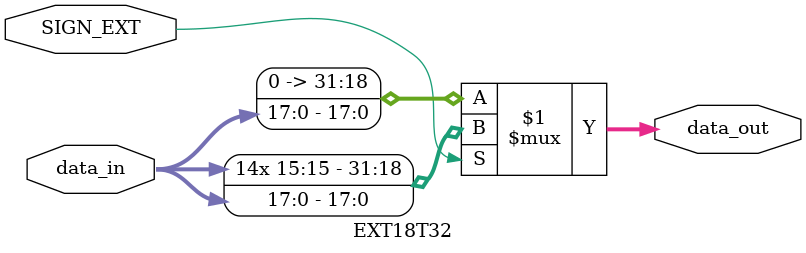
<source format=v>
module EXT5T32 (
    input  [4:0]  data_in, // 5-bit input data
    output [31:0] data_out // 32-bit output data
);

    assign data_out = {14'h0, data_in};

endmodule



// EXT 16 to 32
module EXT16T32 (
    input  [15:0] data_in,  // 16-bit input data
    input         SIGN_EXT, // Sign Extend
    output [31:0] data_out  // 32-bit output data
);

    assign data_out = SIGN_EXT ? {{16{data_in[15]}}, data_in} : {16'h0, data_in};

endmodule



// EXT 18 to 32
module EXT18T32 (
    input  [17:0] data_in, // 18-bit input data
    input         SIGN_EXT, // Sign Extend
    output [31:0] data_out // 32-bit output data
);

    assign data_out = SIGN_EXT ? {{14{data_in[15]}}, data_in} : {14'h0, data_in};

endmodule

</source>
